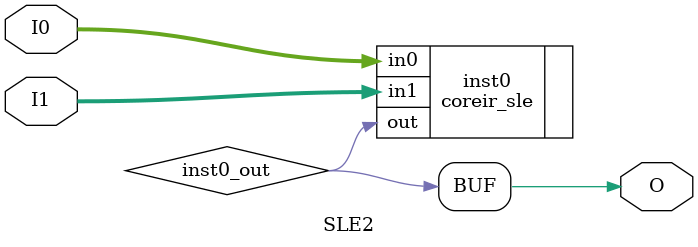
<source format=v>
module SLE2 (input [1:0] I0, input [1:0] I1, output  O);
wire  inst0_out;
coreir_sle inst0 (.in0(I0), .in1(I1), .out(inst0_out));
assign O = inst0_out;
endmodule


</source>
